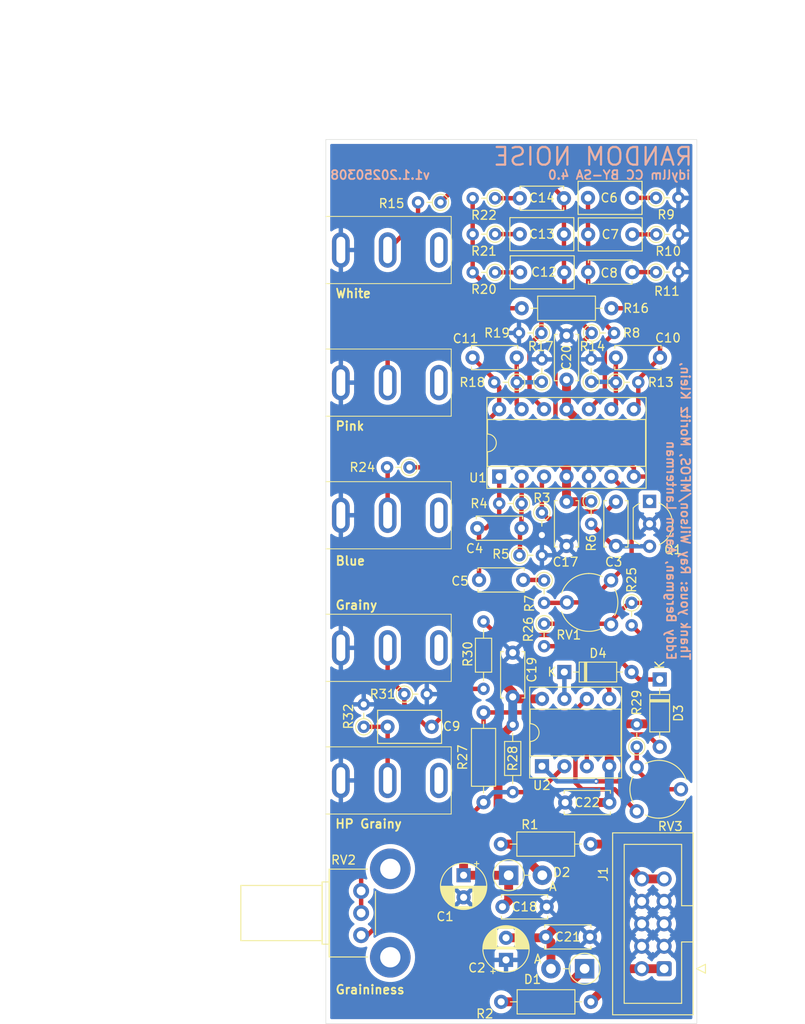
<source format=kicad_pcb>
(kicad_pcb (version 20240108) (generator "pcbnew") (generator_version "8.0")
  (title_block (title "Random Noise") (date "2025-03-09") (rev "1.1") (company "idyllm") (comment 1 "CC BY-SA 4.0"))
  (layers (0 "F.Cu" signal) (31 "B.Cu" signal) (34 "B.Paste" user) (35 "F.Paste" user) (36 "B.SilkS" user "B.Silkscreen") (37 "F.SilkS" user "F.Silkscreen") (38 "B.Mask" user) (39 "F.Mask" user) (44 "Edge.Cuts" user))
  (net 0 "")
  (net 1 "GND")
  (net 2 "+12V")
  (net 3 "-12V")
  (net 4 "Net-(U1A-+)")
  (net 5 "Net-(Q1-E)")
  (net 6 "Net-(U1A--)")
  (net 7 "Net-(C4-Pad2)")
  (net 8 "Net-(C5-Pad2)")
  (net 9 "Net-(U1C-+)")
  (net 10 "Net-(C6-Pad1)")
  (net 11 "Net-(C7-Pad1)")
  (net 12 "Net-(C8-Pad1)")
  (net 13 "Net-(C10-Pad2)")
  (net 14 "Net-(U1C--)")
  (net 15 "Net-(U1D--)")
  (net 16 "Net-(C11-Pad2)")
  (net 17 "Net-(C12-Pad2)")
  (net 18 "Net-(C12-Pad1)")
  (net 19 "Net-(C13-Pad1)")
  (net 20 "Net-(C14-Pad1)")
  (net 21 "Net-(U1D-+)")
  (net 22 "Net-(C9-Pad1)")
  (net 23 "Net-(C9-Pad2)")
  (net 24 "Net-(D1-K)")
  (net 25 "Net-(D2-A)")
  (net 26 "Net-(D3-A)")
  (net 27 "Net-(D3-K)")
  (net 28 "Net-(D4-K)")
  (net 30 "Net-(J2-PadT)")
  (net 31 "Net-(J3-PadT)")
  (net 34 "Net-(J4-PadT)")
  (net 38 "Net-(U1B--)")
  (net 39 "Net-(U2A-+)")
  (net 40 "Net-(U2B-+)")
  (net 41 "Net-(U2A--)")
  (net 42 "Net-(U2B--)")
  (net 43 "Net-(J1-Pin_10)")
  (net 44 "Net-(J1-Pin_1)")
  (net 45 "Net-(R29-Pad1)")
  (footprint "Resistor_THT:R_Axial_DIN0204_L3.6mm_D1.6mm_P2.54mm_Vertical" (layer "F.Cu") (at 124.455 77.41 90)
    (property "Reference" "R17")
    (property "Value" "100k")
  )
  (footprint "Resistor_THT:R_Axial_DIN0204_L3.6mm_D1.6mm_P2.54mm_Vertical" (layer "F.Cu") (at 124.714 99.872 -90)
    (property "Reference" "R7")
    (property "Value" "22k")
  )
  (footprint "Resistor_THT:R_Axial_DIN0204_L3.6mm_D1.6mm_P2.54mm_Vertical" (layer "F.Cu") (at 130.098 71.882)
    (property "Reference" "R8")
    (property "Value" "150k")
  )
  (footprint "Potentiometer_THT:Potentiometer_Piher_PT-6-V_Vertical" (layer "F.Cu") (at 135.2 126)
    (property "Reference" "RV3")
    (property "Value" "50k")
  )
  (footprint "Connector_IDC:IDC-Header_2x05_P2.54mm_Vertical" (layer "F.Cu") (at 138.3 143.8 180)
    (property "Reference" "J1")
    (property "Value" "Conn_02x05_Odd_Even" (hide yes))
  )
  (footprint "Resistor_THT:R_Axial_DIN0204_L3.6mm_D1.6mm_P2.54mm_Vertical" (layer "F.Cu") (at 124.714 104.775 -90)
    (property "Reference" "R26")
    (property "Value" "10k")
  )
  (footprint "Resistor_THT:R_Axial_DIN0207_L6.3mm_D2.5mm_P10.16mm_Horizontal" (layer "F.Cu") (at 129.98 129.7 180)
    (property "Reference" "R1")
    (property "Value" "10")
  )
  (footprint "Resistor_THT:R_Axial_DIN0204_L3.6mm_D1.6mm_P2.54mm_Vertical" (layer "F.Cu") (at 137.38 56.6)
    (property "Reference" "R9")
    (property "Value" "330k")
  )
  (footprint "AudioJacks:Jack_3.5mm_QingPu_WQP-PJ323M_Horizontal" (layer "F.Cu") (at 101.7 92.5 -90)
    (property "Reference" "J4" (hide yes))
    (property "Value" "Blue")
  )
  (footprint "Capacitor_THT:CP_Radial_D5.0mm_P2.50mm" (layer "F.Cu") (at 120.4 142.8 90)
    (property "Reference" "C2")
    (property "Value" "10u")
  )
  (footprint "Resistor_THT:R_Axial_DIN0204_L3.6mm_D1.6mm_P2.54mm_Vertical" (layer "F.Cu") (at 121.92 97.028)
    (property "Reference" "R5")
    (property "Value" "22k")
  )
  (footprint "AudioJacks:Jack_3.5mm_QingPu_WQP-PJ323M_Horizontal" (layer "F.Cu") (at 101.7 62.5 -90)
    (property "Reference" "J2" (hide yes))
    (property "Value" "White")
  )
  (footprint "AudioJacks:Jack_3.5mm_QingPu_WQP-PJ323M_Horizontal" (layer "F.Cu") (at 101.7 122.5 -90)
    (property "Reference" "J6" (hide yes))
    (property "Value" "HP Grainy")
  )
  (footprint "Capacitor_THT:C_Rect_L7.0mm_W3.5mm_P5.00mm" (layer "F.Cu") (at 134.7 60.736 180)
    (property "Reference" "C7")
    (property "Value" "2n2")
  )
  (footprint "Capacitor_THT:C_Disc_D5.0mm_W2.5mm_P5.00mm" (layer "F.Cu") (at 127.249 77.166 90)
    (property "Reference" "C20")
    (property "Value" "100n")
  )
  (footprint "Capacitor_THT:C_Disc_D5.0mm_W2.5mm_P5.00mm" (layer "F.Cu") (at 122.149 93.97 180)
    (property "Reference" "C4")
    (property "Value" "22p")
  )
  (footprint "Capacitor_THT:C_Disc_D5.0mm_W2.5mm_P5.00mm" (layer "F.Cu") (at 125 136.8 180)
    (property "Reference" "C18")
    (property "Value" "100n")
  )
  (footprint "Capacitor_THT:C_Disc_D5.0mm_W2.5mm_P5.00mm" (layer "F.Cu") (at 121.611 74.666 180)
    (property "Reference" "C11")
    (property "Value" "22p")
  )
  (footprint "Capacitor_THT:C_Rect_L7.0mm_W3.5mm_P5.00mm" (layer "F.Cu") (at 134.68 56.6 180)
    (property "Reference" "C6")
    (property "Value" "10n")
  )
  (footprint "Resistor_THT:R_Axial_DIN0204_L3.6mm_D1.6mm_P2.54mm_Vertical" (layer "F.Cu") (at 137.404 60.736)
    (property "Reference" "R10")
    (property "Value" "68k")
  )
  (footprint "Resistor_THT:R_Axial_DIN0204_L3.6mm_D1.6mm_P2.54mm_Vertical" (layer "F.Cu") (at 130.043 77.41 90)
    (property "Reference" "R14")
    (property "Value" "22k")
  )
  (footprint "Capacitor_THT:C_Rect_L7.0mm_W3.5mm_P5.00mm" (layer "F.Cu") (at 122 65.024)
    (property "Reference" "C12")
    (property "Value" "10n")
  )
  (footprint "Diode_THT:D_DO-41_SOD81_P3.81mm_Vertical_AnodeUp" (layer "F.Cu") (at 120.7 133.224)
    (property "Reference" "D2")
    (property "Value" "D_Schottky")
  )
  (footprint "Capacitor_THT:C_Disc_D5.0mm_W2.5mm_P5.00mm" (layer "F.Cu") (at 127.249 95.972 90)
    (property "Reference" "C17")
    (property "Value" "100n")
  )
  (footprint "Capacitor_THT:C_Disc_D5.0mm_W2.5mm_P5.00mm" (layer "F.Cu") (at 124.9 140.2)
    (property "Reference" "C21")
    (property "Value" "100n")
  )
  (footprint "Capacitor_THT:C_Disc_D4.7mm_W2.5mm_P5.00mm" (layer "F.Cu") (at 121.96 56.642)
    (property "Reference" "C14")
    (property "Value" "470p")
  )
  (footprint "Capacitor_THT:C_Disc_D5.0mm_W2.5mm_P5.00mm" (layer "F.Cu") (at 132.837 74.666)
    (property "Reference" "C10")
    (property "Value" "22p")
  )
  (footprint "Resistor_THT:R_Axial_DIN0204_L3.6mm_D1.6mm_P2.54mm_Vertical" (layer "F.Cu") (at 119.166 56.642 180)
    (property "Reference" "R22")
    (property "Value" "15k")
  )
  (footprint "Resistor_THT:R_Axial_DIN0204_L3.6mm_D1.6mm_P2.54mm_Vertical" (layer "F.Cu") (at 124.46 92.202 -90)
    (property "Reference" "R3")
    (property "Value" "2M2")
  )
  (footprint "Capacitor_THT:C_Rect_L7.0mm_W3.5mm_P5.00mm" (layer "F.Cu") (at 121.96 60.706)
    (property "Reference" "C13")
    (property "Value" "2n2")
  )
  (footprint "Capacitor_THT:C_Disc_D5.0mm_W2.5mm_P5.00mm" (layer "F.Cu") (at 121.158 108.05 -90)
    (property "Reference" "C19")
    (property "Value" "100n")
  )
  (footprint "Resistor_THT:R_Axial_DIN0204_L3.6mm_D1.6mm_P2.54mm_Vertical" (layer "F.Cu") (at 135.2 118.7 90)
    (property "Reference" "R29")
    (property "Value" "100k")
  )
  (footprint "Resistor_THT:R_Axial_DIN0204_L3.6mm_D1.6mm_P2.54mm_Vertical" (layer "F.Cu") (at 121.611 77.46 180)
    (property "Reference" "R18")
    (property "Value" "68k")
  )
  (footprint "Diode_THT:D_DO-41_SOD81_P3.81mm_Vertical_AnodeUp" (layer "F.Cu") (at 129.3 143.8 180)
    (property "Reference" "D1")
    (property "Value" "D_Schottky")
  )
  (footprint "Resistor_THT:R_Axial_DIN0207_L6.3mm_D2.5mm_P10.16mm_Horizontal" (layer "F.Cu") (at 130.012 147.544 180)
    (property "Reference" "R2")
    (property "Value" "10")
  )
  (footprint "Resistor_THT:R_Axial_DIN0204_L3.6mm_D1.6mm_P2.54mm_Vertical" (layer "F.Cu") (at 132.837 77.46)
    (property "Reference" "R13")
    (property "Value" "100k")
  )
  (footprint "Package_DIP:DIP-14_W7.62mm_Socket" (layer "F.Cu") (at 119.629 88.128 90)
    (property "Reference" "U1")
    (property "Value" "TL074")
  )
  (footprint "Resistor_THT:R_Axial_DIN0204_L3.6mm_D1.6mm_P2.54mm_Vertical" (layer "F.Cu") (at 112.98 57.11 180)
    (property "Reference" "R15")
    (property "Value" "1k")
  )
  (footprint "Resistor_THT:R_Axial_DIN0204_L3.6mm_D1.6mm_P2.54mm_Vertical" (layer "F.Cu") (at 137.38 65)
    (property "Reference" "R11")
    (property "Value" "15k")
  )
  (footprint "Capacitor_THT:C_Disc_D5.0mm_W2.5mm_P5.00mm" (layer "F.Cu") (at 132.1 125 180)
    (property "Reference" "C22")
    (property "Value" "100n")
  )
  (footprint "Capacitor_THT:C_Disc_D5.0mm_W2.5mm_P5.00mm" (layer "F.Cu") (at 117.348 99.822)
    (property "Reference" "C5")
    (property "Value" "1u")
  )
  (footprint "Resistor_THT:R_Axial_DIN0204_L3.6mm_D1.6mm_P2.54mm_Vertical" (layer "F.Cu") (at 109.474 87.082 180)
    (property "Reference" "R24")
    (property "Value" "1k")
  )
  (footprint "Resistor_THT:R_Axial_DIN0204_L3.6mm_D1.6mm_P2.54mm_Vertical" (layer "F.Cu") (at 119.166 65.024 180)
    (property "Reference" "R20")
    (property "Value" "330k")
  )
  (footprint "Diode_THT:D_DO-35_SOD27_P7.62mm_Horizontal" (layer "F.Cu") (at 127 110.236)
    (property "Reference" "D4")
    (property "Value" "1N4148")
  )
  (footprint "Resistor_THT:R_Axial_DIN0204_L3.6mm_D1.6mm_P2.54mm_Vertical" (layer "F.Cu") (at 119.166 60.706 180)
    (property "Reference" "R21")
    (property "Value" "68k")
  )
  (footprint "AudioJacks:Jack_3.5mm_QingPu_WQP-PJ323M_Horizontal" (layer "F.Cu") (at 101.7 107.5 -90)
    (property "Reference" "J5" (hide yes))
    (property "Value" "Grainy")
  )
  (footprint "Resistor_THT:R_Axial_DIN0204_L3.6mm_D1.6mm_P2.54mm_Vertical" (layer "F.Cu") (at 108.889 112.736)
    (property "Reference" "R31")
    (property "Value" "4k7")
  )
  (footprint "AudioJacks:Jack_3.5mm_QingPu_WQP-PJ323M_Horizontal" (layer "F.Cu") (at 101.7 77.5 -90)
    (property "Reference" "J3" (hide yes))
    (property "Value" "Pink")
  )
  (footprint "Resistor_THT:R_Axial_DIN0204_L3.6mm_D1.6mm_P2.54mm_Vertical" (layer "F.Cu") (at 122.169 91.176 180)
    (property "Reference" "R4")
    (property "Value" "470k")
  )
  (footprint "Resistor_THT:R_Axial_DIN0207_L6.3mm_D2.5mm_P10.16mm_Horizontal" (layer "F.Cu") (at 117.856 124.968 90)
    (property "Reference" "R27")
    (property "Value" "100k")
  )
  (footprint "Resistor_THT:R_Axial_DIN0207_L6.3mm_D2.5mm_P10.16mm_Horizontal" (layer "F.Cu") (at 132.334 69.088 180)
    (property "Reference" "R16")
    (property "Value" "1k")
  )
  (footprint "Capacitor_THT:C_Disc_D5.0mm_W2.5mm_P5.00mm" (layer "F.Cu") (at 132.842 95.972 90)
    (property "Reference" "C3")
    (property "Value" "100n")
  )
  (footprint "Resistor_THT:R_Axial_DIN0204_L3.6mm_D1.6mm_P7.62mm_Horizontal" (layer "F.Cu") (at 121.158 116.205 -90)
    (property "Reference" "R28")
    (property "Value" "120k")
  )
  (footprint "Resistor_THT:R_Axial_DIN0204_L3.6mm_D1.6mm_P2.54mm_Vertical" (layer "F.Cu") (at 104.2924 116.4336 90)
    (property "Reference" "R32")
    (property "Value" "4k7")
  )
  (footprint "Package_DIP:DIP-8_W7.62mm_Socket" (layer "F.Cu") (at 124.47 120.894 90)
    (property "Reference" "U2")
    (property "Value" "TL072")
  )
  (footprint "Resistor_THT:R_Axial_DIN0204_L3.6mm_D1.6mm_P7.62mm_Horizontal" (layer "F.Cu") (at 117.856 104.521 -90)
    (property "Reference" "R30")
    (property "Value" "4k7")
  )
  (footprint "Diode_THT:D_DO-35_SOD27_P7.62mm_Horizontal" (layer "F.Cu") (at 137.8 111.08 -90)
    (property "Reference" "D3")
    (property "Value" "1N4148")
  )
  (footprint "Resistor_THT:R_Axial_DIN0204_L3.6mm_D1.6mm_P2.54mm_Vertical" (layer "F.Cu") (at 134.62 102.412 -90)
    (property "Reference" "R25")
    (property "Value" "10k")
  )
  (footprint "Resistor_THT:R_Axial_DIN0204_L3.6mm_D1.6mm_P2.54mm_Vertical" (layer "F.Cu") (at 124.41 71.882 180)
    (property "Reference" "R19")
    (property "Value" "22k")
  )
  (footprint "Capacitor_THT:CP_Radial_D5.0mm_P2.50mm" (layer "F.Cu") (at 115.6 133.224 -90)
    (property "Reference" "C1")
    (property "Value" "10u")
  )
  (footprint "Potentiometer_THT:Potentiometer_Piher_PT-6-V_Vertical" (layer "F.Cu") (at 132.294 99.862 180)
    (property "Reference" "RV1")
    (property "Value" "470k")
  )
  (footprint "Resistor_THT:R_Axial_DIN0204_L3.6mm_D1.6mm_P2.54mm_Vertical" (layer "F.Cu") (at 130.043 90.932 -90)
    (property "Reference" "R6")
    (property "Value" "100k")
  )
  (footprint "Capacitor_THT:C_Disc_D4.7mm_W2.5mm_P5.00mm" (layer "F.Cu") (at 134.7 65 180)
    (property "Reference" "C8")
    (property "Value" "470p")
  )
  (footprint "Potentiometer_THT:Potentiometer_Bourns_PTV09A-2_Single_Horizontal" (layer "F.Cu") (at 104 135 180)
    (property "Reference" "RV2")
    (property "Value" "B100k")
  )
  (footprint "Package_TO_SOT_THT:TO-92_Inline_Wide" (layer "F.Cu") (at 136.652 90.932 -90)
    (property "Reference" "Q1")
    (property "Value" "BC547")
  )
  (footprint "Capacitor_THT:C_Rect_L7.0mm_W3.5mm_P5.00mm" (layer "F.Cu") (at 106.9848 116.4336)
    (property "Reference" "C9")
    (property "Value" "1n")
  )
  (gr_rect (start 100 50) (end 142 150) (stroke (width 0.05)) (fill none) (layer "Edge.Cuts"))
  (gr_text "Thank yous: Ray Wilson/MFOS, Moritz Klein, \nEddy Bergman, Aaron Lanterman" (at 138.5 109 -90) (layer "B.SilkS") (effects (font (size 1 1) (thickness 0.2)) (justify left bottom mirror)))
  (gr_text "idyllm CC BY-SA 4.0" (at 141.4 54.6 0) (layer "B.SilkS") (effects (font (size 1 1) (thickness 0.2) (bold yes)) (justify left bottom mirror)))
  (gr_text "v1.1.20250308" (at 111.9 54.6 0) (layer "B.SilkS") (effects (font (size 1 1) (thickness 0.2)) (justify left bottom mirror)))
  (gr_text "RANDOM NOISE" (at 141.7 53.1 0) (layer "B.SilkS") (effects (font (size 2 2) (thickness 0.25)) (justify left bottom mirror)))
  (gr_text "Blue" (at 101 98.25 0) (layer "F.SilkS") (effects (font (size 1 1) (thickness 0.2)) (justify left bottom)))
  (gr_text "Grainy" (at 101 103.25 0) (layer "F.SilkS") (effects (font (size 1 1) (thickness 0.2)) (justify left bottom)))
  (gr_text "White" (at 101 68 0) (layer "F.SilkS") (effects (font (size 1 1) (thickness 0.2)) (justify left bottom)))
  (gr_text "HP Grainy" (at 100.965 128 0) (layer "F.SilkS") (effects (font (size 1 1) (thickness 0.2)) (justify left bottom)))
  (gr_text "Graininess" (at 101 146.75 0) (layer "F.SilkS") (effects (font (size 1 1) (thickness 0.2)) (justify left bottom)))
  (gr_text "Pink" (at 101 83 0) (layer "F.SilkS") (effects (font (size 1 1) (thickness 0.2)) (justify left bottom)))
  (segment (start 120.7 136.1) (end 120 136.8) (width 1) (layer "F.Cu") (net 2))
  (segment (start 115.6 133.224) (end 115.6 130.2) (width 1) (layer "F.Cu") (net 2))
  (segment (start 121.382 113.274) (end 121.158 113.05) (width 1) (layer "F.Cu") (net 2))
  (segment (start 115.062 88.138) (end 117.348 85.852) (width 1) (layer "F.Cu") (net 2))
  (segment (start 117.348 85.852) (end 125.984 85.852) (width 1) (layer "F.Cu") (net 2))
  (segment (start 119.5 117.863) (end 121.158 116.205) (width 1) (layer "F.Cu") (net 2))
  (segment (start 115.062 106.426) (end 115.062 88.138) (width 1) (layer "F.Cu") (net 2))
  (segment (start 127.249 88.128) (end 127.249 90.972) (width 1) (layer "F.Cu") (net 2))
  (segment (start 120.7 133.224) (end 120.7 136.1) (width 1) (layer "F.Cu") (net 2))
  (segment (start 127.249 87.117) (end 127.249 88.128) (width 1) (layer "F.Cu") (net 2))
  (segment (start 124.47 113.274) (end 121.382 113.274) (width 1) (layer "F.Cu") (net 2))
  (segment (start 115.6 130.2) (end 119.5 126.3) (width 1) (layer "F.Cu") (net 2))
  (segment (start 120.7 133.224) (end 115.6 133.224) (width 1) (layer "F.Cu") (net 2))
  (segment (start 127.249 90.972) (end 130.003 90.972) (width 1) (layer "F.Cu") (net 2))
  (segment (start 130.003 90.972) (end 130.043 90.932) (width 1) (layer "F.Cu") (net 2))
  (segment (start 121.158 113.05) (end 121.158 112.522) (width 1) (layer "F.Cu") (net 2))
  (segment (start 121.158 112.522) (end 115.062 106.426) (width 1) (layer "F.Cu") (net 2))
  (segment (start 125.984 85.852) (end 127.249 87.117) (width 1) (layer "F.Cu") (net 2))
  (segment (start 119.5 126.3) (end 119.5 117.863) (width 1) (layer "F.Cu") (net 2))
  (segment (start 121.158 113.05) (end 121.158 116.205) (width 1) (layer "B.Cu") (net 2))
  (segment (start 127.3 137.8) (end 127.3 128.5) (width 1) (layer "F.Cu") (net 3))
  (segment (start 132.09 120.894) (end 132.09 117.81) (width 1) (layer "F.Cu") (net 3))
  (segment (start 133.8 116.1) (end 139.9 116.1) (width 1) (layer "F.Cu") (net 3))
  (segment (start 132.09 117.81) (end 133.8 116.1) (width 1) (layer "F.Cu") (net 3))
  (segment (start 139.954 83.058) (end 129.799 83.058) (width 1) (layer "F.Cu") (net 3))
  (segment (start 129.799 83.058) (end 127.249 80.508) (width 1) (layer "F.Cu") (net 3))
  (segment (start 124.8 140.3) (end 124.9 140.2) (width 1) (layer "F.Cu") (net 3))
  (segment (start 140.9192 84.0232) (end 139.954 83.058) (width 1) (layer "F.Cu") (net 3))
  (segment (start 124.9 140.2) (end 127.3 137.8) (width 1) (layer "F.Cu") (net 3))
  (segment (start 140.9192 115.0808) (end 140.9192 84.0232) (width 1) (layer "F.Cu") (net 3))
  (segment (start 120.4 140.3) (end 124.8 140.3) (width 1) (layer "F.Cu") (net 3))
  (segment (start 130.8 125) (end 132.1 125) (width 1) (layer "F.Cu") (net 3))
  (segment (start 127.249 80.508) (end 127.249 77.166) (width 1) (layer "F.Cu") (net 3))
  (segment (start 125.49 140.79) (end 124.9 140.2) (width 1) (layer "F.Cu") (net 3))
  (segment (start 139.9 116.1) (end 140.9192 115.0808) (width 1) (layer "F.Cu") (net 3))
  (segment (start 125.49 143.8) (end 125.49 140.79) (width 1) (layer "F.Cu") (net 3))
  (segment (start 127.3 128.5) (end 130.8 125) (width 1) (layer "F.Cu") (net 3))
  (segment (start 132.09 124.99) (end 132.1 125) (width 1) (layer "B.Cu") (net 3))
  (segment (start 132.09 120.894) (end 132.09 124.99) (width 1) (layer "B.Cu") (net 3))
  (segment (start 128.644 92.082) (end 127.824 92.902) (width 0.5) (layer "F.Cu") (net 4))
  (segment (start 124.46 92.202) (end 124.46 88.377) (width 0.5) (layer "F.Cu") (net 4))
  (segment (start 125.16 92.902) (end 124.46 92.202) (width 0.5) (layer "F.Cu") (net 4))
  (segment (start 127.824 92.902) (end 125.16 92.902) (width 0.5) (layer "F.Cu") (net 4))
  (segment (start 131.732 92.082) (end 128.644 92.082) (width 0.5) (layer "F.Cu") (net 4))
  (segment (start 132.842 90.972) (end 131.732 92.082) (width 0.5) (layer "F.Cu") (net 4))
  (segment (start 124.46 88.377) (end 124.709 88.128) (width 0.5) (layer "F.Cu") (net 4))
  (segment (start 132.543 95.972) (end 130.043 93.472) (width 0.5) (layer "F.Cu") (net 5))
  (segment (start 132.842 95.972) (end 132.543 95.972) (width 0.5) (layer "F.Cu") (net 5))
  (segment (start 136.652 96.012) (end 132.882 96.012) (width 0.5) (layer "B.Cu") (net 5))
  (segment (start 132.882 96.012) (end 132.842 95.972) (width 0.5) (layer "B.Cu") (net 5))
  (segment (start 121.98 94.139) (end 122.149 93.97) (width 0.5) (layer "F.Cu") (net 6))
  (segment (start 122.149 91.196) (end 122.169 91.176) (width 0.5) (layer "F.Cu") (net 6))
  (segment (start 121.98 97.028) (end 121.98 94.139) (width 0.5) (layer "F.Cu") (net 6))
  (segment (start 122.149 93.97) (end 122.149 91.196) (width 0.5) (layer "F.Cu") (net 6))
  (segment (start 122.169 91.176) (end 122.169 88.128) (width 0.5) (layer "F.Cu") (net 6))
  (segment (start 117.149 93.97) (end 117.149 94.179) (width 0.5) (layer "F.Cu") (net 7))
  (segment (start 118.12 93.97) (end 119.629 92.461) (width 0.5) (layer "F.Cu") (net 7))
  (segment (start 119.629 88.128) (end 119.629 91.176) (width 0.5) (layer "F.Cu") (net 7))
  (segment (start 117.149 93.97) (end 118.12 93.97) (width 0.5) (layer "F.Cu") (net 7))
  (segment (start 119.629 92.461) (end 119.629 91.176) (width 0.5) (layer "F.Cu") (net 7))
  (segment (start 117.348 94.378) (end 117.348 99.822) (width 0.5) (layer "F.Cu") (net 7))
  (segment (start 117.149 94.179) (end 117.348 94.378) (width 0.5) (layer "F.Cu") (net 7))
  (segment (start 122.348 99.822) (end 124.664 99.822) (width 0.5) (layer "F.Cu") (net 8))
  (segment (start 124.664 99.822) (end 124.714 99.872) (width 0.5) (layer "F.Cu") (net 8))
  (segment (start 131.587 72.933) (end 131.587 78.71) (width 0.5) (layer "F.Cu") (net 9))
  (segment (start 129.7 68.944) (end 132.638 71.882) (width 0.5) (layer "F.Cu") (net 9))
  (segment (start 132.638 71.882) (end 131.587 72.933) (width 0.5) (layer "F.Cu") (net 9))
  (segment (start 129.68 60.716) (end 129.7 60.736) (width 0.5) (layer "F.Cu") (net 9))
  (segment (start 129.7 60.736) (end 129.7 65) (width 0.5) (layer "F.Cu") (net 9))
  (segment (start 129.7 65) (end 129.7 68.944) (width 0.5) (layer "F.Cu") (net 9))
  (segment (start 131.587 78.71) (end 129.789 80.508) (width 0.5) (layer "F.Cu") (net 9))
  (segment (start 129.68 56.394) (end 129.68 60.716) (width 0.5) (layer "F.Cu") (net 9))
  (segment (start 137.38 56.6) (end 134.68 56.6) (width 0.5) (layer "F.Cu") (net 10))
  (segment (start 137.404 60.736) (end 134.7 60.736) (width 0.5) (layer "F.Cu") (net 11))
  (segment (start 134.7 65) (end 137.38 65) (width 0.5) (layer "F.Cu") (net 12))
  (segment (start 137.837 72.305) (end 137.837 74.666) (width 0.5) (layer "F.Cu") (net 13))
  (segment (start 135.377 77.126) (end 137.837 74.666) (width 0.5) (layer "F.Cu") (net 13))
  (segment (start 135.377 77.46) (end 135.377 80) (width 0.5) (layer "F.Cu") (net 13))
  (segment (start 134.62 69.088) (end 137.837 72.305) (width 0.5) (layer "F.Cu") (net 13))
  (segment (start 132.334 69.088) (end 134.62 69.088) (width 0.5) (layer "F.Cu") (net 13))
  (segment (start 135.377 77.46) (end 135.377 77.126) (width 0.5) (layer "F.Cu") (net 13))
  (segment (start 135.377 80) (end 134.869 80.508) (width 0.5) (layer "F.Cu") (net 13))
  (segment (start 132.837 77.46) (end 132.837 74.666) (width 0.5) (layer "F.Cu") (net 14))
  (segment (start 132.837 80) (end 132.329 80.508) (width 0.5) (layer "F.Cu") (net 14))
  (segment (start 132.837 77.46) (end 132.837 80) (width 0.5) (layer "F.Cu") (net 14))
  (segment (start 132.787 77.41) (end 132.837 77.46) (width 0.5) (layer "B.Cu") (net 14))
  (segment (start 130.043 77.41) (end 132.787 77.41) (width 0.5) (layer "B.Cu") (net 14))
  (segment (start 121.611 79.95) (end 122.169 80.508) (width 0.5) (layer "F.Cu") (net 15))
  (segment (start 121.611 74.666) (end 121.611 77.46) (width 0.5) (layer "F.Cu") (net 15))
  (segment (start 121.611 77.46) (end 121.611 79.95) (width 0.5) (layer "F.Cu") (net 15))
  (segment (start 124.405 77.46) (end 124.455 77.41) (width 0.5) (layer "B.Cu") (net 15))
  (segment (start 121.611 77.46) (end 124.405 77.46) (width 0.5) (layer "B.Cu") (net 15))
  (segment (start 111.8508 87.082) (end 109.474 87.082) (width 0.5) (layer "F.Cu") (net 16))
  (segment (start 119.071 77.126) (end 116.611 74.666) (width 0.5) (layer "F.Cu") (net 16))
  (segment (start 119.071 77.46) (end 119.071 77.126) (width 0.5) (layer "F.Cu") (net 16))
  (segment (start 111.8616 87.0712) (end 111.8508 87.082) (width 0.5) (layer "F.Cu") (net 16))
  (segment (start 119.629 80.508) (end 119.629 78.018) (width 0.5) (layer "F.Cu") (net 16))
  (segment (start 113.0658 87.0712) (end 111.8616 87.0712) (width 0.5) (layer "F.Cu") (net 16))
  (segment (start 119.629 78.018) (end 119.071 77.46) (width 0.5) (layer "F.Cu") (net 16))
  (segment (start 119.629 80.508) (end 113.0658 87.0712) (width 0.5) (layer "F.Cu") (net 16))
  (segment (start 134.869 88.128) (end 136.248 88.128) (width 0.5) (layer "F.Cu") (net 17))
  (segment (start 132.294 104.862) (end 132.294 104.434) (width 0.5) (layer "F.Cu") (net 17))
  (segment (start 134.62 102.412) (end 137.11 102.412) (width 0.5) (layer "F.Cu") (net 17))
  (segment (start 115.48 54.61) (end 112.98 57.11) (width 0.5) (layer "F.Cu") (net 17))
  (segment (start 127 68.784) (end 130.098 71.882) (width 0.5) (layer "F.Cu") (net 17))
  (segment (start 129.293617 85.725) (end 133.477 85.725) (width 0.5) (layer "F.Cu") (net 17))
  (segment (start 132.207 104.775) (end 132.294 104.862) (width 0.5) (layer "F.Cu") (net 17))
  (segment (start 126.96 64.984) (end 127 65.024) (width 0.5) (layer "F.Cu") (net 17))
  (segment (start 136.248 88.128) (end 136.258 88.138) (width 0.5) (layer "F.Cu") (net 17))
  (segment (start 124.714 104.775) (end 132.207 104.775) (width 0.5) (layer "F.Cu") (net 17))
  (segment (start 136.258 88.138) (end 137.414 88.138) (width 0.5) (layer "F.Cu") (net 17))
  (segment (start 134.316 102.412) (end 134.62 102.412) (width 0.5) (layer "F.Cu") (net 17))
  (segment (start 124.928 54.61) (end 115.48 54.61) (width 0.5) (layer "F.Cu") (net 17))
  (segment (start 125.999 75.981) (end 125.999 82.430383) (width 0.5) (layer "F.Cu") (net 17))
  (segment (start 126.96 60.706) (end 126.96 56.642) (width 0.5) (layer "F.Cu") (net 17))
  (segment (start 130.098 71.882) (end 125.999 75.981) (width 0.5) (layer "F.Cu") (net 17))
  (segment (start 133.477 85.725) (end 134.869 87.117) (width 0.5) (layer "F.Cu") (net 17))
  (segment (start 126.96 60.706) (end 126.96 64.984) (width 0.5) (layer "F.Cu") (net 17))
  (segment (start 134.869 87.117) (end 134.869 88.128) (width 0.5) (layer "F.Cu") (net 17))
  (segment (start 127 65.024) (end 127 68.784) (width 0.5) (layer "F.Cu") (net 17))
  (segment (start 138.684 89.408) (end 138.684 100.838) (width 0.5) (layer "F.Cu") (net 17))
  (segment (start 125.999 82.430383) (end 129.293617 85.725) (width 0.5) (layer "F.Cu") (net 17))
  (segment (start 124.928 54.61) (end 126.96 56.642) (width 0.5) (layer "F.Cu") (net 17))
  (segment (start 137.414 88.138) (end 138.684 89.408) (width 0.5) (layer "F.Cu") (net 17))
  (segment (start 132.294 104.434) (end 134.316 102.412) (width 0.5) (layer "F.Cu") (net 17))
  (segment (start 137.11 102.412) (end 138.684 100.838) (width 0.5) (layer "F.Cu") (net 17))
  (segment (start 119.166 65.024) (end 122.254 65.024) (width 0.5) (layer "F.Cu") (net 18))
  (segment (start 119.166 60.706) (end 121.96 60.706) (width 0.5) (layer "F.Cu") (net 19))
  (segment (start 119.166 56.642) (end 121.96 56.642) (width 0.5) (layer "F.Cu") (net 20))
  (segment (start 124.41 68.53) (end 124.41 71.882) (width 0.5) (layer "F.Cu") (net 21))
  (segment (start 124.709 80.508) (end 123.063 78.862) (width 0.5) (layer "F.Cu") (net 21))
  (segment (start 123.063 78.862) (end 123.063 73.229) (width 0.5) (layer "F.Cu") (net 21))
  (segment (start 118.658 67.056) (end 122.936 67.056) (width 0.5) (layer "F.Cu") (net 21))
  (segment (start 116.626 56.642) (end 116.626 60.706) (width 0.5) (layer "F.Cu") (net 21))
  (segment (start 123.063 73.229) (end 124.41 71.882) (width 0.5) (layer "F.Cu") (net 21))
  (segment (start 122.936 67.056) (end 124.41 68.53) (width 0.5) (layer "F.Cu") (net 21))
  (segment (start 116.626 60.706) (end 116.626 65.024) (width 0.5) (layer "F.Cu") (net 21))
  (segment (start 116.626 65.024) (end 118.658 67.056) (width 0.5) (layer "F.Cu") (net 21))
  (segment (start 106.9848 116.4336) (end 104.2924 116.4336) (width 0.5) (layer "F.Cu") (net 22))
  (segment (start 107 116.4488) (end 107 122.5) (width 0.5) (layer "F.Cu") (net 22))
  (segment (start 106.9848 116.4336) (end 107 116.4488) (width 0.5) (layer "F.Cu") (net 22))
  (segment (start 108.889 113.889) (end 111.4336 116.4336) (width 0.5) (layer "F.Cu") (net 23))
  (segment (start 111.4336 116.4336) (end 111.9848 116.4336) (width 0.5) (layer "F.Cu") (net 23))
  (segment (start 108.889 112.736) (end 107 110.847) (width 0.5) (layer "F.Cu") (net 23))
  (segment (start 107 110.847) (end 107 107.7) (width 0.5) (layer "F.Cu") (net 23))
  (segment (start 111.9848 116.4336) (end 116.2774 112.141) (width 0.5) (layer "F.Cu") (net 23))
  (segment (start 107 107.7) (end 106.8 107.5) (width 0.5) (layer "F.Cu") (net 23))
  (segment (start 116.2774 112.141) (end 117.856 112.141) (width 0.5) (layer "F.Cu") (net 23))
  (segment (start 108.889 112.736) (end 108.889 113.889) (width 0.5) (layer "F.Cu") (net 23))
  (segment (start 125.556 147.544) (end 119.852 147.544) (width 1) (layer "F.Cu") (net 24))
  (segment (start 129.3 143.8) (end 125.556 147.544) (width 1) (layer "F.Cu") (net 24))
  (segment (start 120.986 129.7) (end 124.51 133.224) (width 1) (layer "F.Cu") (net 25))
  (segment (start 119.82 129.7) (end 120.986 129.7) (width 1) (layer "F.Cu") (net 25))
  (segment (start 134.6 117.3) (end 134.713654 117.3) (width 0.5) (layer "F.Cu") (net 26))
  (segment (start 135.686346 117.3) (end 136.4 117.3) (width 0.5) (layer "F.Cu") (net 26))
  (segment (start 130.6 122.6) (end 133.1 122.6) (width 0.5) (layer "F.Cu") (net 26))
  (segment (start 134.723654 117.31) (end 135.676346 117.31) (width 0.5) (layer "F.Cu") (net 26))
  (segment (start 134.713654 117.3) (end 134.723654 117.31) (width 0.5) (layer "F.Cu") (net 26))
  (segment (start 136.4 117.3) (end 137.8 118.7) (width 0.5) (layer "F.Cu") (net 26))
  (segment (start 133.1 122.6) (end 133.6 122.1) (width 0.5) (layer "F.Cu") (net 26))
  (segment (start 133.6 122.1) (end 133.6 118.3) (width 0.5) (layer "F.Cu") (net 26))
  (segment (start 135.676346 117.31) (end 135.686346 117.3) (width 0.5) (layer "F.Cu") (net 26))
  (segment (start 133.6 118.3) (end 134.6 117.3) (width 0.5) (layer "F.Cu") (net 26))
  (via (at 130.6 122.6) (size 0.6) (drill 0.3) (layers "F.Cu" "B.Cu") (net 26))
  (segment (start 130.6 122.6) (end 126.176 122.6) (width 0.5) (layer "B.Cu") (net 26))
  (segment (start 126.176 122.6) (end 124.47 120.894) (width 0.5) (layer "B.Cu") (net 26))
  (segment (start 137.8 111.08) (end 135.464 111.08) (width 0.5) (layer "F.Cu") (net 27))
  (segment (start 130.429 106.045) (end 134.62 110.236) (width 0.5) (layer "F.Cu") (net 27))
  (segment (start 135.464 111.08) (end 134.62 110.236) (width 0.5) (layer "F.Cu") (net 27))
  (segment (start 119.38 106.045) (end 130.429 106.045) (width 0.5) (layer "F.Cu") (net 27))
  (segment (start 117.856 104.521) (end 119.38 106.045) (width 0.5) (layer "F.Cu") (net 27))
  (segment (start 127.01 110.246) (end 127 110.236) (width 0.5) (layer "B.Cu") (net 28))
  (segment (start 127.01 113.274) (end 127.01 110.246) (width 0.5) (layer "B.Cu") (net 28))
  (segment (start 107 62.5) (end 106.8 62.5) (width 0.5) (layer "F.Cu") (net 30))
  (segment (start 110.44 57.11) (end 110.44 59.06) (width 0.5) (layer "F.Cu") (net 30))
  (segment (start 110.44 59.06) (end 107 62.5) (width 0.5) (layer "F.Cu") (net 30))
  (segment (start 106.8 77.5) (end 107 77.3) (width 0.5) (layer "F.Cu") (net 31))
  (segment (start 107 77.3) (end 107 74.8) (width 0.5) (layer "F.Cu") (net 31))
  (segment (start 107 74.8) (end 112.712 69.088) (width 0.5) (layer "F.Cu") (net 31))
  (segment (start 112.712 69.088) (end 122.174 69.088) (width 0.5) (layer "F.Cu") (net 31))
  (segment (start 107 92.3) (end 106.8 92.5) (width 0.5) (layer "F.Cu") (net 34))
  (segment (start 107 87.148) (end 107 92.3) (width 0.5) (layer "F.Cu") (net 34))
  (segment (start 106.934 87.082) (end 107 87.148) (width 0.5) (layer "F.Cu") (net 34))
  (segment (start 124.714 102.412) (end 127.244 102.412) (width 0.5) (layer "F.Cu") (net 38))
  (segment (start 134.62 97.536) (end 132.294 99.862) (width 0.5) (layer "F.Cu") (net 38))
  (segment (start 134.62 90.419) (end 134.62 97.536) (width 0.5) (layer "F.Cu") (net 38))
  (segment (start 132.329 88.128) (end 134.62 90.419) (width 0.5) (layer "F.Cu") (net 38))
  (segment (start 129.794 102.362) (end 132.294 99.862) (width 0.5) (layer "F.Cu") (net 38))
  (segment (start 127.244 102.412) (end 127.294 102.362) (width 0.5) (layer "F.Cu") (net 38))
  (segment (start 127.294 102.362) (end 129.794 102.362) (width 0.5) (layer "F.Cu") (net 38))
  (segment (start 129.55 118.55) (end 134.2 113.9) (width 0.5) (layer "F.Cu") (net 39))
  (segment (start 139.7508 110.0828) (end 134.62 104.952) (width 0.5) (layer "F.Cu") (net 39))
  (segment (start 134.2 113.9) (end 138.5 113.9) (width 0.5) (layer "F.Cu") (net 39))
  (segment (start 138.5 113.9) (end 139.7508 112.6492) (width 0.5) (layer "F.Cu") (net 39))
  (segment (start 139.7508 112.6492) (end 139.7508 110.0828) (width 0.5) (layer "F.Cu") (net 39))
  (segment (start 129.55 120.894) (end 129.55 118.55) (width 0.5) (layer "F.Cu") (net 39))
  (segment (start 132.09 113.274) (end 132.09 112.14263) (width 0.5) (layer "F.Cu") (net 40))
  (segment (start 132.09 112.14263) (end 127.26237 107.315) (width 0.5) (layer "F.Cu") (net 40))
  (segment (start 127.26237 107.315) (end 124.714 107.315) (width 0.5) (layer "F.Cu") (net 40))
  (segment (start 121.158 123.825) (end 124.079 123.825) (width 0.5) (layer "F.Cu") (net 41))
  (segment (start 108.204 138.557) (end 106.172 138.557) (width 0.5) (layer "F.Cu") (net 41))
  (segment (start 104.729 140) (end 104 140) (width 0.5) (layer "F.Cu") (net 41))
  (segment (start 111.887 130.937) (end 111.887 134.874) (width 0.5) (layer "F.Cu") (net 41))
  (segment (start 111.887 134.874) (end 108.204 138.557) (width 0.5) (layer "F.Cu") (net 41))
  (segment (start 117.856 124.968) (end 111.887 130.937) (width 0.5) (layer "F.Cu") (net 41))
  (segment (start 124.079 123.825) (end 127.01 120.894) (width 0.5) (layer "F.Cu") (net 41))
  (segment (start 106.172 138.557) (end 104.729 140) (width 0.5) (layer "F.Cu") (net 41))
  (segment (start 118.999 123.825) (end 117.856 124.968) (width 0.5) (layer "B.Cu") (net 41))
  (segment (start 121.158 123.825) (end 118.999 123.825) (width 0.5) (layer "B.Cu") (net 41))
  (segment (start 128.26 122.76) (end 128.26 114.564) (width 0.5) (layer "F.Cu") (net 42))
  (segment (start 117.856 121.744) (end 111.2 128.4) (width 0.5) (layer "F.Cu") (net 42))
  (segment (start 128.016 114.808) (end 129.55 113.274) (width 0.5) (layer "F.Cu") (net 42))
  (segment (start 117.856 114.808) (end 128.016 114.808) (width 0.5) (layer "F.Cu") (net 42))
  (segment (start 135.2 126) (end 132.7 123.5) (width 0.5) (layer "F.Cu") (net 42))
  (segment (start 105.915 128.4) (end 104 130.315) (width 0.5) (layer "F.Cu") (net 42))
  (segment (start 132.7 123.5) (end 129 123.5) (width 0.5) (layer "F.Cu") (net 42))
  (segment (start 128.26 114.564) (end 129.55 113.274) (width 0.5) (layer "F.Cu") (net 42))
  (segment (start 104 130.315) (end 104 135) (width 0.5) (layer "F.Cu") (net 42))
  (segment (start 129 123.5) (end 128.26 122.76) (width 0.5) (layer "F.Cu") (net 42))
  (segment (start 111.2 128.4) (end 105.915 128.4) (width 0.5) (layer "F.Cu") (net 42))
  (segment (start 104 135) (end 104 137.5) (width 0.5) (layer "F.Cu") (net 42))
  (segment (start 117.856 114.808) (end 117.856 121.744) (width 0.5) (layer "F.Cu") (net 42))
  (segment (start 129.98 129.7) (end 131.82 129.7) (width 1) (layer "F.Cu") (net 43))
  (segment (start 135.76 133.64) (end 138.3 133.64) (width 1) (layer "F.Cu") (net 43))
  (segment (start 131.82 129.7) (end 135.76 133.64) (width 1) (layer "F.Cu") (net 43))
  (segment (start 133.756 143.8) (end 130.012 147.544) (width 1) (layer "F.Cu") (net 44))
  (segment (start 138.3 143.8) (end 135.76 143.8) (width 1) (layer "F.Cu") (net 44))
  (segment (start 135.76 143.8) (end 133.756 143.8) (width 1) (layer "F.Cu") (net 44))
  (segment (start 137.4 123.5) (end 140.2 123.5) (width 0.5) (layer "F.Cu") (net 45))
  (segment (start 135.2 121) (end 135.2 121.3) (width 0.5) (layer "F.Cu") (net 45))
  (segment (start 135.2 118.7) (end 135.2 121) (width 0.5) (layer "F.Cu") (net 45))
  (segment (start 135.2 121.3) (end 137.4 123.5) (width 0.5) (layer "F.Cu") (net 45))
  (zone (net 1) (net_name "GND") (layer "B.Cu") (connect_pads (clearance 0.5)) (min_thickness 0.25) (fill yes (thermal_gap 0.5) (thermal_bridge_width 0.5))
    (polygon (pts (xy 100 50) (xy 142 50) (xy 142 150) (xy 100 150)))
  )
)
</source>
